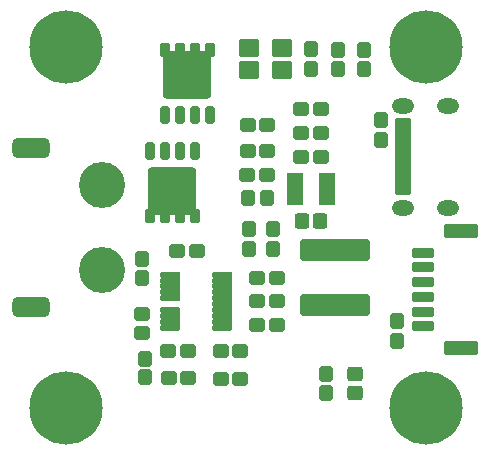
<source format=gts>
G04*
G04 #@! TF.GenerationSoftware,Altium Limited,Altium Designer,24.5.2 (23)*
G04*
G04 Layer_Color=8388736*
%FSLAX44Y44*%
%MOMM*%
G71*
G04*
G04 #@! TF.SameCoordinates,77DF0842-A661-4F59-BA2F-9A799A7BDEE5*
G04*
G04*
G04 #@! TF.FilePolarity,Negative*
G04*
G01*
G75*
G04:AMPARAMS|DCode=37|XSize=4.0132mm|YSize=4.1132mm|CornerRadius=0.2921mm|HoleSize=0mm|Usage=FLASHONLY|Rotation=90.000|XOffset=0mm|YOffset=0mm|HoleType=Round|Shape=RoundedRectangle|*
%AMROUNDEDRECTD37*
21,1,4.0132,3.5290,0,0,90.0*
21,1,3.4290,4.1132,0,0,90.0*
1,1,0.5842,1.7645,1.7145*
1,1,0.5842,1.7645,-1.7145*
1,1,0.5842,-1.7645,-1.7145*
1,1,0.5842,-1.7645,1.7145*
%
%ADD37ROUNDEDRECTD37*%
G04:AMPARAMS|DCode=38|XSize=1.4732mm|YSize=0.8132mm|CornerRadius=0.1321mm|HoleSize=0mm|Usage=FLASHONLY|Rotation=90.000|XOffset=0mm|YOffset=0mm|HoleType=Round|Shape=RoundedRectangle|*
%AMROUNDEDRECTD38*
21,1,1.4732,0.5490,0,0,90.0*
21,1,1.2090,0.8132,0,0,90.0*
1,1,0.2642,0.2745,0.6045*
1,1,0.2642,0.2745,-0.6045*
1,1,0.2642,-0.2745,-0.6045*
1,1,0.2642,-0.2745,0.6045*
%
%ADD38ROUNDEDRECTD38*%
G04:AMPARAMS|DCode=39|XSize=1.2232mm|YSize=0.8132mm|CornerRadius=0.1321mm|HoleSize=0mm|Usage=FLASHONLY|Rotation=90.000|XOffset=0mm|YOffset=0mm|HoleType=Round|Shape=RoundedRectangle|*
%AMROUNDEDRECTD39*
21,1,1.2232,0.5490,0,0,90.0*
21,1,0.9590,0.8132,0,0,90.0*
1,1,0.2642,0.2745,0.4795*
1,1,0.2642,0.2745,-0.4795*
1,1,0.2642,-0.2745,-0.4795*
1,1,0.2642,-0.2745,0.4795*
%
%ADD39ROUNDEDRECTD39*%
G04:AMPARAMS|DCode=40|XSize=0.9032mm|YSize=1.4032mm|CornerRadius=0.1366mm|HoleSize=0mm|Usage=FLASHONLY|Rotation=90.000|XOffset=0mm|YOffset=0mm|HoleType=Round|Shape=RoundedRectangle|*
%AMROUNDEDRECTD40*
21,1,0.9032,1.1300,0,0,90.0*
21,1,0.6300,1.4032,0,0,90.0*
1,1,0.2732,0.5650,0.3150*
1,1,0.2732,0.5650,-0.3150*
1,1,0.2732,-0.5650,-0.3150*
1,1,0.2732,-0.5650,0.3150*
%
%ADD40ROUNDEDRECTD40*%
G04:AMPARAMS|DCode=41|XSize=0.9632mm|YSize=1.4032mm|CornerRadius=0.1396mm|HoleSize=0mm|Usage=FLASHONLY|Rotation=90.000|XOffset=0mm|YOffset=0mm|HoleType=Round|Shape=RoundedRectangle|*
%AMROUNDEDRECTD41*
21,1,0.9632,1.1240,0,0,90.0*
21,1,0.6840,1.4032,0,0,90.0*
1,1,0.2792,0.5620,0.3420*
1,1,0.2792,0.5620,-0.3420*
1,1,0.2792,-0.5620,-0.3420*
1,1,0.2792,-0.5620,0.3420*
%
%ADD41ROUNDEDRECTD41*%
G04:AMPARAMS|DCode=42|XSize=1.0032mm|YSize=1.4032mm|CornerRadius=0.1416mm|HoleSize=0mm|Usage=FLASHONLY|Rotation=90.000|XOffset=0mm|YOffset=0mm|HoleType=Round|Shape=RoundedRectangle|*
%AMROUNDEDRECTD42*
21,1,1.0032,1.1200,0,0,90.0*
21,1,0.7200,1.4032,0,0,90.0*
1,1,0.2832,0.5600,0.3600*
1,1,0.2832,0.5600,-0.3600*
1,1,0.2832,-0.5600,-0.3600*
1,1,0.2832,-0.5600,0.3600*
%
%ADD42ROUNDEDRECTD42*%
G04:AMPARAMS|DCode=43|XSize=0.8032mm|YSize=1.9032mm|CornerRadius=0.1316mm|HoleSize=0mm|Usage=FLASHONLY|Rotation=90.000|XOffset=0mm|YOffset=0mm|HoleType=Round|Shape=RoundedRectangle|*
%AMROUNDEDRECTD43*
21,1,0.8032,1.6400,0,0,90.0*
21,1,0.5400,1.9032,0,0,90.0*
1,1,0.2632,0.8200,0.2700*
1,1,0.2632,0.8200,-0.2700*
1,1,0.2632,-0.8200,-0.2700*
1,1,0.2632,-0.8200,0.2700*
%
%ADD43ROUNDEDRECTD43*%
G04:AMPARAMS|DCode=44|XSize=2.9032mm|YSize=1.2032mm|CornerRadius=0.1516mm|HoleSize=0mm|Usage=FLASHONLY|Rotation=180.000|XOffset=0mm|YOffset=0mm|HoleType=Round|Shape=RoundedRectangle|*
%AMROUNDEDRECTD44*
21,1,2.9032,0.9000,0,0,180.0*
21,1,2.6000,1.2032,0,0,180.0*
1,1,0.3032,-1.3000,0.4500*
1,1,0.3032,1.3000,0.4500*
1,1,0.3032,1.3000,-0.4500*
1,1,0.3032,-1.3000,-0.4500*
%
%ADD44ROUNDEDRECTD44*%
G04:AMPARAMS|DCode=45|XSize=1.3032mm|YSize=1.2032mm|CornerRadius=0.1766mm|HoleSize=0mm|Usage=FLASHONLY|Rotation=0.000|XOffset=0mm|YOffset=0mm|HoleType=Round|Shape=RoundedRectangle|*
%AMROUNDEDRECTD45*
21,1,1.3032,0.8500,0,0,0.0*
21,1,0.9500,1.2032,0,0,0.0*
1,1,0.3532,0.4750,-0.4250*
1,1,0.3532,-0.4750,-0.4250*
1,1,0.3532,-0.4750,0.4250*
1,1,0.3532,0.4750,0.4250*
%
%ADD45ROUNDEDRECTD45*%
G04:AMPARAMS|DCode=46|XSize=1.8032mm|YSize=5.9032mm|CornerRadius=0.2216mm|HoleSize=0mm|Usage=FLASHONLY|Rotation=270.000|XOffset=0mm|YOffset=0mm|HoleType=Round|Shape=RoundedRectangle|*
%AMROUNDEDRECTD46*
21,1,1.8032,5.4600,0,0,270.0*
21,1,1.3600,5.9032,0,0,270.0*
1,1,0.4432,-2.7300,-0.6800*
1,1,0.4432,-2.7300,0.6800*
1,1,0.4432,2.7300,0.6800*
1,1,0.4432,2.7300,-0.6800*
%
%ADD46ROUNDEDRECTD46*%
G04:AMPARAMS|DCode=47|XSize=1.3032mm|YSize=1.2032mm|CornerRadius=0.1766mm|HoleSize=0mm|Usage=FLASHONLY|Rotation=270.000|XOffset=0mm|YOffset=0mm|HoleType=Round|Shape=RoundedRectangle|*
%AMROUNDEDRECTD47*
21,1,1.3032,0.8500,0,0,270.0*
21,1,0.9500,1.2032,0,0,270.0*
1,1,0.3532,-0.4250,-0.4750*
1,1,0.3532,-0.4250,0.4750*
1,1,0.3532,0.4250,0.4750*
1,1,0.3532,0.4250,-0.4750*
%
%ADD47ROUNDEDRECTD47*%
G04:AMPARAMS|DCode=48|XSize=1.2032mm|YSize=1.3032mm|CornerRadius=0.1766mm|HoleSize=0mm|Usage=FLASHONLY|Rotation=0.000|XOffset=0mm|YOffset=0mm|HoleType=Round|Shape=RoundedRectangle|*
%AMROUNDEDRECTD48*
21,1,1.2032,0.9500,0,0,0.0*
21,1,0.8500,1.3032,0,0,0.0*
1,1,0.3532,0.4250,-0.4750*
1,1,0.3532,-0.4250,-0.4750*
1,1,0.3532,-0.4250,0.4750*
1,1,0.3532,0.4250,0.4750*
%
%ADD48ROUNDEDRECTD48*%
G04:AMPARAMS|DCode=49|XSize=1.2032mm|YSize=1.3032mm|CornerRadius=0.1766mm|HoleSize=0mm|Usage=FLASHONLY|Rotation=270.000|XOffset=0mm|YOffset=0mm|HoleType=Round|Shape=RoundedRectangle|*
%AMROUNDEDRECTD49*
21,1,1.2032,0.9500,0,0,270.0*
21,1,0.8500,1.3032,0,0,270.0*
1,1,0.3532,-0.4750,-0.4250*
1,1,0.3532,-0.4750,0.4250*
1,1,0.3532,0.4750,0.4250*
1,1,0.3532,0.4750,-0.4250*
%
%ADD49ROUNDEDRECTD49*%
G04:AMPARAMS|DCode=50|XSize=1.5032mm|YSize=1.7032mm|CornerRadius=0.1991mm|HoleSize=0mm|Usage=FLASHONLY|Rotation=270.000|XOffset=0mm|YOffset=0mm|HoleType=Round|Shape=RoundedRectangle|*
%AMROUNDEDRECTD50*
21,1,1.5032,1.3050,0,0,270.0*
21,1,1.1050,1.7032,0,0,270.0*
1,1,0.3982,-0.6525,-0.5525*
1,1,0.3982,-0.6525,0.5525*
1,1,0.3982,0.6525,0.5525*
1,1,0.3982,0.6525,-0.5525*
%
%ADD50ROUNDEDRECTD50*%
G04:AMPARAMS|DCode=51|XSize=1.3032mm|YSize=1.2032mm|CornerRadius=0.2016mm|HoleSize=0mm|Usage=FLASHONLY|Rotation=270.000|XOffset=0mm|YOffset=0mm|HoleType=Round|Shape=RoundedRectangle|*
%AMROUNDEDRECTD51*
21,1,1.3032,0.8000,0,0,270.0*
21,1,0.9000,1.2032,0,0,270.0*
1,1,0.4032,-0.4000,-0.4500*
1,1,0.4032,-0.4000,0.4500*
1,1,0.4032,0.4000,0.4500*
1,1,0.4032,0.4000,-0.4500*
%
%ADD51ROUNDEDRECTD51*%
G04:AMPARAMS|DCode=52|XSize=1.3032mm|YSize=0.8032mm|CornerRadius=0.1316mm|HoleSize=0mm|Usage=FLASHONLY|Rotation=180.000|XOffset=0mm|YOffset=0mm|HoleType=Round|Shape=RoundedRectangle|*
%AMROUNDEDRECTD52*
21,1,1.3032,0.5400,0,0,180.0*
21,1,1.0400,0.8032,0,0,180.0*
1,1,0.2632,-0.5200,0.2700*
1,1,0.2632,0.5200,0.2700*
1,1,0.2632,0.5200,-0.2700*
1,1,0.2632,-0.5200,-0.2700*
%
%ADD52ROUNDEDRECTD52*%
G04:AMPARAMS|DCode=53|XSize=1.6532mm|YSize=0.5032mm|CornerRadius=0.1166mm|HoleSize=0mm|Usage=FLASHONLY|Rotation=180.000|XOffset=0mm|YOffset=0mm|HoleType=Round|Shape=RoundedRectangle|*
%AMROUNDEDRECTD53*
21,1,1.6532,0.2700,0,0,180.0*
21,1,1.4200,0.5032,0,0,180.0*
1,1,0.2332,-0.7100,0.1350*
1,1,0.2332,0.7100,0.1350*
1,1,0.2332,0.7100,-0.1350*
1,1,0.2332,-0.7100,-0.1350*
%
%ADD53ROUNDEDRECTD53*%
G04:AMPARAMS|DCode=54|XSize=1.3032mm|YSize=1.2032mm|CornerRadius=0.2016mm|HoleSize=0mm|Usage=FLASHONLY|Rotation=0.000|XOffset=0mm|YOffset=0mm|HoleType=Round|Shape=RoundedRectangle|*
%AMROUNDEDRECTD54*
21,1,1.3032,0.8000,0,0,0.0*
21,1,0.9000,1.2032,0,0,0.0*
1,1,0.4032,0.4500,-0.4000*
1,1,0.4032,-0.4500,-0.4000*
1,1,0.4032,-0.4500,0.4000*
1,1,0.4032,0.4500,0.4000*
%
%ADD54ROUNDEDRECTD54*%
G04:AMPARAMS|DCode=55|XSize=1.9032mm|YSize=1.3032mm|CornerRadius=0.6516mm|HoleSize=0mm|Usage=FLASHONLY|Rotation=180.000|XOffset=0mm|YOffset=0mm|HoleType=Round|Shape=RoundedRectangle|*
%AMROUNDEDRECTD55*
21,1,1.9032,0.0000,0,0,180.0*
21,1,0.6000,1.3032,0,0,180.0*
1,1,1.3032,-0.3000,0.0000*
1,1,1.3032,0.3000,0.0000*
1,1,1.3032,0.3000,0.0000*
1,1,1.3032,-0.3000,0.0000*
%
%ADD55ROUNDEDRECTD55*%
G04:AMPARAMS|DCode=56|XSize=1.7032mm|YSize=3.2032mm|CornerRadius=0.4766mm|HoleSize=0mm|Usage=FLASHONLY|Rotation=90.000|XOffset=0mm|YOffset=0mm|HoleType=Round|Shape=RoundedRectangle|*
%AMROUNDEDRECTD56*
21,1,1.7032,2.2500,0,0,90.0*
21,1,0.7500,3.2032,0,0,90.0*
1,1,0.9532,1.1250,0.3750*
1,1,0.9532,1.1250,-0.3750*
1,1,0.9532,-1.1250,-0.3750*
1,1,0.9532,-1.1250,0.3750*
%
%ADD56ROUNDEDRECTD56*%
%ADD57C,3.9032*%
%ADD58C,6.2032*%
G36*
X344000Y338000D02*
X328000D01*
Y362000D01*
X344000D01*
Y338000D01*
D02*
G37*
G36*
X388000Y313000D02*
X372000D01*
Y362000D01*
X388000D01*
Y313000D01*
D02*
G37*
G36*
X344000D02*
X328000D01*
Y332000D01*
X344000D01*
Y313000D01*
D02*
G37*
G36*
X448000Y419000D02*
X435000D01*
Y446000D01*
X448000D01*
Y419000D01*
D02*
G37*
G36*
X475000D02*
X462000D01*
Y446000D01*
X475000D01*
Y419000D01*
D02*
G37*
G36*
X540000Y428000D02*
X526000D01*
Y492000D01*
X540000D01*
Y428000D01*
D02*
G37*
D37*
X350000Y529000D02*
D03*
X337300Y430700D02*
D03*
D38*
X330950Y495400D02*
D03*
X343650D02*
D03*
X356350D02*
D03*
X369050D02*
D03*
X356350Y464300D02*
D03*
X343650D02*
D03*
X330950D02*
D03*
X318250D02*
D03*
D39*
X330950Y550050D02*
D03*
X343650D02*
D03*
X356350D02*
D03*
X369050D02*
D03*
X356350Y409650D02*
D03*
X343650D02*
D03*
X330950D02*
D03*
X318250D02*
D03*
D40*
X533000Y455000D02*
D03*
Y465000D02*
D03*
D41*
Y444800D02*
D03*
Y475200D02*
D03*
D42*
Y432500D02*
D03*
Y487500D02*
D03*
D43*
X550000Y378750D02*
D03*
Y366250D02*
D03*
Y353750D02*
D03*
Y341250D02*
D03*
Y328750D02*
D03*
Y316250D02*
D03*
D44*
X582000Y297750D02*
D03*
Y397250D02*
D03*
D45*
X312000Y311000D02*
D03*
Y327000D02*
D03*
X446500Y480000D02*
D03*
X463500D02*
D03*
X418000Y444000D02*
D03*
X401000D02*
D03*
X409000Y357500D02*
D03*
X426000D02*
D03*
X358500Y380000D02*
D03*
X341500D02*
D03*
X463500Y500000D02*
D03*
X446500D02*
D03*
X409000Y317500D02*
D03*
X426000D02*
D03*
X463500Y460000D02*
D03*
X446500D02*
D03*
X409000Y337500D02*
D03*
X426000D02*
D03*
X334000Y295000D02*
D03*
X351000D02*
D03*
D46*
X475000Y334000D02*
D03*
Y381000D02*
D03*
D47*
X402000Y425000D02*
D03*
X418000D02*
D03*
X455000Y534000D02*
D03*
Y551000D02*
D03*
X514000Y491000D02*
D03*
Y474000D02*
D03*
X422500Y398500D02*
D03*
Y381500D02*
D03*
X528000Y304000D02*
D03*
Y321000D02*
D03*
X402500Y398500D02*
D03*
Y381500D02*
D03*
D48*
X477500Y534500D02*
D03*
Y550500D02*
D03*
X312000Y357000D02*
D03*
Y373000D02*
D03*
X314000Y289000D02*
D03*
Y273000D02*
D03*
X467500Y275500D02*
D03*
Y259500D02*
D03*
X500000Y550500D02*
D03*
Y534500D02*
D03*
D49*
X418000Y465000D02*
D03*
X402000D02*
D03*
Y486500D02*
D03*
X418000D02*
D03*
X334500Y272500D02*
D03*
X350500D02*
D03*
X395000Y295000D02*
D03*
X379000D02*
D03*
X379000Y272000D02*
D03*
X395000D02*
D03*
D50*
X430000Y552000D02*
D03*
Y533000D02*
D03*
X402500Y552000D02*
D03*
Y533000D02*
D03*
D51*
X447000Y405000D02*
D03*
X463000D02*
D03*
D52*
X468500Y423000D02*
D03*
Y432500D02*
D03*
Y442000D02*
D03*
X441500Y423000D02*
D03*
Y432500D02*
D03*
Y442000D02*
D03*
D53*
X380000Y315000D02*
D03*
Y320000D02*
D03*
X336000Y340000D02*
D03*
Y350000D02*
D03*
Y315000D02*
D03*
Y320000D02*
D03*
Y330000D02*
D03*
Y325000D02*
D03*
Y360000D02*
D03*
Y355000D02*
D03*
Y345000D02*
D03*
X380000Y345000D02*
D03*
Y350000D02*
D03*
Y355000D02*
D03*
Y340000D02*
D03*
Y360000D02*
D03*
Y330000D02*
D03*
Y325000D02*
D03*
Y335000D02*
D03*
D54*
X492500Y275500D02*
D03*
Y259500D02*
D03*
D55*
X533000Y416800D02*
D03*
X571000D02*
D03*
X533000Y503200D02*
D03*
X571000D02*
D03*
D56*
X218000Y467500D02*
D03*
Y332500D02*
D03*
D57*
X278000Y436000D02*
D03*
Y364000D02*
D03*
D58*
X552500Y552500D02*
D03*
Y247500D02*
D03*
X247500D02*
D03*
Y552500D02*
D03*
M02*

</source>
